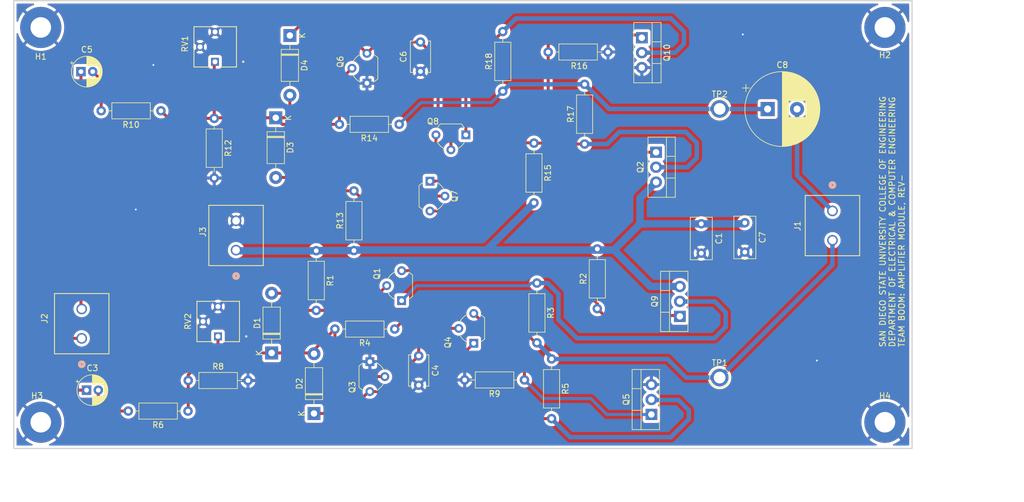
<source format=kicad_pcb>
(kicad_pcb (version 20240108) (generator "pcbnew") (generator_version "8.0")
  (title_block (title "Amplifier PCB") (date "2024-09-08") (rev "-") (company "Team BOOM"))
  (layers (0 "F.Cu" signal) (31 "B.Cu" signal) (34 "B.Paste" user) (35 "F.Paste" user) (36 "B.SilkS" user "B.Silkscreen") (37 "F.SilkS" user "F.Silkscreen") (38 "B.Mask" user) (39 "F.Mask" user) (44 "Edge.Cuts" user))
  (net 0 "")
  (net 1 "Net-(C8-Pad1)")
  (net 2 "Net-(Q10-C)")
  (net 3 "Net-(Q2-C)")
  (net 4 "GND")
  (net 5 "Net-(Q10-B)")
  (net 6 "Net-(D3-K)")
  (net 7 "/18V")
  (net 8 "Net-(D3-A)")
  (net 9 "Net-(C5-Pad2)")
  (net 10 "Net-(Q4-C)")
  (net 11 "Net-(D1-K)")
  (net 12 "Net-(C3-Pad2)")
  (net 13 "Net-(Q4-E)")
  (net 14 "Net-(D1-A)")
  (net 15 "Net-(Q1-C)")
  (net 16 "Net-(Q1-E)")
  (net 17 "Net-(Q2-B)")
  (net 18 "Net-(D4-K)")
  (net 19 "Net-(D2-K)")
  (net 20 "Net-(J2-Pin_2)")
  (net 21 "Net-(J2-Pin_1)")
  (net 22 "Net-(J1-Pin_2)")
  (net 23 "Net-(J1-Pin_1)")
  (footprint "Resistor_THT:R_Axial_DIN0207_L6.3mm_D2.5mm_P10.16mm_Horizontal" (layer "F.Cu") (at 68.12 127.265)
    (property "Reference" "R8" (at 5.08 -2.37 0) (layer "F.SilkS"))
    (property "Value" "1.3k")
    (pad "1" thru_hole circle (at 0 0) (size 1.6 1.6) (drill 0.8) (layers "*.Cu" "*.Mask") (net 11 "Net-(D1-K)"))
    (pad "2" thru_hole oval (at 10.16 0) (size 1.6 1.6) (drill 0.8) (layers "*.Cu" "*.Mask") (net 4 "GND"))
  )
  (footprint "Resistor_THT:R_Axial_DIN0207_L6.3mm_D2.5mm_P10.16mm_Horizontal" (layer "F.Cu") (at 103.98 83.665 180)
    (property "Reference" "R14" (at 5.08 -2.37 180) (layer "F.SilkS"))
    (property "Value" "12k")
    (pad "1" thru_hole circle (at 0 0 180) (size 1.6 1.6) (drill 0.8) (layers "*.Cu" "*.Mask") (net 1 "Net-(C8-Pad1)"))
    (pad "2" thru_hole oval (at 10.16 0 180) (size 1.6 1.6) (drill 0.8) (layers "*.Cu" "*.Mask") (net 6 "Net-(D3-K)"))
  )
  (footprint "TestPoint:TestPoint_Plated_Hole_D2.0mm" (layer "F.Cu") (at 158.4658 126.7648)
    (property "Reference" "TP1" (at 0 -2.498 0) (layer "F.SilkS"))
    (property "Value" "TestPoint")
    (pad "1" thru_hole circle (at 0 0) (size 3 3) (drill 2) (layers "*.Cu" "*.Mask") (net 22 "Net-(J1-Pin_2)"))
  )
  (footprint "Resistor_THT:R_Axial_DIN0207_L6.3mm_D2.5mm_P10.16mm_Horizontal" (layer "F.Cu") (at 72.5424 82.6516 -90)
    (property "Reference" "R12" (at 5.08 -2.37 -90) (layer "F.SilkS"))
    (property "Value" "1.3k")
    (pad "1" thru_hole circle (at 0 0 270) (size 1.6 1.6) (drill 0.8) (layers "*.Cu" "*.Mask") (net 6 "Net-(D3-K)"))
    (pad "2" thru_hole oval (at 10.16 0 270) (size 1.6 1.6) (drill 0.8) (layers "*.Cu" "*.Mask") (net 4 "GND"))
  )
  (footprint "Capacitor_THT:C_Rect_L7.0mm_W3.5mm_P5.00mm" (layer "F.Cu") (at 155.3464 100.598001 -90)
    (property "Reference" "C1" (at 2.5 -3 -90) (layer "F.SilkS"))
    (property "Value" "0.22Uf")
    (pad "1" thru_hole circle (at 0 0 270) (size 1.6 1.6) (drill 0.8) (layers "*.Cu" "*.Mask") (net 7 "/18V"))
    (pad "2" thru_hole circle (at 5 0 270) (size 1.6 1.6) (drill 0.8) (layers "*.Cu" "*.Mask") (net 4 "GND"))
  )
  (footprint "MountingHole:MountingHole_3.5mm_Pad" (layer "F.Cu") (at 43.053 67.183)
    (property "Reference" "H1" (at 0 4.953 0) (layer "F.SilkS"))
    (property "Value" "MountingHole_Pad")
    (pad "1" thru_hole circle (at 0 0) (size 7 7) (drill 3.5) (layers "*.Cu" "*.Mask") (net 4 "GND"))
  )
  (footprint "MountingHole:MountingHole_3.5mm_Pad" (layer "F.Cu") (at 43.053 134.366)
    (property "Reference" "H3" (at -0.635 -4.5 0) (layer "F.SilkS"))
    (property "Value" "MountingHole_Pad")
    (pad "1" thru_hole circle (at 0 0) (size 7 7) (drill 3.5) (layers "*.Cu" "*.Mask") (net 4 "GND"))
  )
  (footprint "Resistor_THT:R_Axial_DIN0207_L6.3mm_D2.5mm_P10.16mm_Horizontal" (layer "F.Cu") (at 126.9 86.865 -90)
    (property "Reference" "R15" (at 5.08 -2.37 -90) (layer "F.SilkS"))
    (property "Value" "10k")
    (pad "1" thru_hole circle (at 0 0 270) (size 1.6 1.6) (drill 0.8) (layers "*.Cu" "*.Mask") (net 17 "Net-(Q2-B)"))
    (pad "2" thru_hole oval (at 10.16 0 270) (size 1.6 1.6) (drill 0.8) (layers "*.Cu" "*.Mask") (net 7 "/18V"))
  )
  (footprint "Z_Custom_Footprints:CONN_1935776_PXC" (layer "F.Cu") (at 76.2508 105.0798 90)
    (property "Reference" "J3" (at 3.0988 -5.6388 90) (layer "F.SilkS"))
    (property "Value" "Power Input")
    (pad "1" thru_hole circle (at 0 0 90) (size 1.8034 1.8034) (drill 1.2954) (layers "*.Cu" "*.Mask") (net 7 "/18V"))
    (pad "2" thru_hole circle (at 5 0 90) (size 1.8034 1.8034) (drill 1.2954) (layers "*.Cu" "*.Mask") (net 4 "GND"))
  )
  (footprint "MountingHole:MountingHole_3.5mm_Pad" (layer "F.Cu") (at 186.563 134.366)
    (property "Reference" "H4" (at 0 -4.5 0) (layer "F.SilkS"))
    (property "Value" "MountingHole_Pad")
    (pad "1" thru_hole circle (at 0 0) (size 7 7) (drill 3.5) (layers "*.Cu" "*.Mask") (net 4 "GND"))
  )
  (footprint "MountingHole:MountingHole_3.5mm_Pad" (layer "F.Cu") (at 186.563 67.183)
    (property "Reference" "H2" (at 0 4.699 0) (layer "F.SilkS"))
    (property "Value" "MountingHole_Pad")
    (pad "1" thru_hole circle (at 0 0) (size 7 7) (drill 3.5) (layers "*.Cu" "*.Mask") (net 4 "GND"))
  )
  (footprint "Resistor_THT:R_Axial_DIN0207_L6.3mm_D2.5mm_P10.16mm_Horizontal" (layer "F.Cu") (at 127.4 110.685 -90)
    (property "Reference" "R3" (at 5.08 -2.37 -90) (layer "F.SilkS"))
    (property "Value" "0.22")
    (pad "1" thru_hole circle (at 0 0 270) (size 1.6 1.6) (drill 0.8) (layers "*.Cu" "*.Mask") (net 16 "Net-(Q1-E)"))
    (pad "2" thru_hole oval (at 10.16 0 270) (size 1.6 1.6) (drill 0.8) (layers "*.Cu" "*.Mask") (net 22 "Net-(J1-Pin_2)"))
  )
  (footprint "Capacitor_THT:CP_Radial_D5.0mm_P2.00mm" (layer "F.Cu") (at 50.832 128.905)
    (property "Reference" "C3" (at 1 -3.75 0) (layer "F.SilkS"))
    (property "Value" "1Uf")
    (pad "1" thru_hole rect (at 0 0) (size 1.6 1.6) (drill 0.8) (layers "*.Cu" "*.Mask") (net 21 "Net-(J2-Pin_1)"))
    (pad "2" thru_hole circle (at 2 0) (size 1.6 1.6) (drill 0.8) (layers "*.Cu" "*.Mask") (net 12 "Net-(C3-Pad2)"))
  )
  (footprint "Package_TO_SOT_THT:TO-220-3_Vertical" (layer "F.Cu") (at 151.7 116.345 90)
    (property "Reference" "Q9" (at 2.54 -4.27 90) (layer "F.SilkS"))
    (property "Value" "QD45H8G")
    (pad "1" thru_hole rect (at 0 0 90) (size 1.905 2) (drill 1.1) (layers "*.Cu" "*.Mask") (net 15 "Net-(Q1-C)"))
    (pad "2" thru_hole oval (at 2.54 0 90) (size 1.905 2) (drill 1.1) (layers "*.Cu" "*.Mask") (net 16 "Net-(Q1-E)"))
    (pad "3" thru_hole oval (at 5.08 0 90) (size 1.905 2) (drill 1.1) (layers "*.Cu" "*.Mask") (net 7 "/18V"))
  )
  (footprint "Resistor_THT:R_Axial_DIN0207_L6.3mm_D2.5mm_P10.16mm_Horizontal" (layer "F.Cu") (at 137.668 115.0366 90)
    (property "Reference" "R2" (at 5.08 -2.37 90) (layer "F.SilkS"))
    (property "Value" "10k")
    (pad "1" thru_hole circle (at 0 0 90) (size 1.6 1.6) (drill 0.8) (layers "*.Cu" "*.Mask") (net 15 "Net-(Q1-C)"))
    (pad "2" thru_hole oval (at 10.16 0 90) (size 1.6 1.6) (drill 0.8) (layers "*.Cu" "*.Mask") (net 7 "/18V"))
  )
  (footprint "Capacitor_THT:CP_Radial_D5.0mm_P2.00mm" (layer "F.Cu") (at 49.8808 74.6948)
    (property "Reference" "C5" (at 1 -3.75 0) (layer "F.SilkS"))
    (property "Value" "1Uf")
    (pad "1" thru_hole rect (at 0 0) (size 1.6 1.6) (drill 0.8) (layers "*.Cu" "*.Mask") (net 20 "Net-(J2-Pin_2)"))
    (pad "2" thru_hole circle (at 2 0) (size 1.6 1.6) (drill 0.8) (layers "*.Cu" "*.Mask") (net 9 "Net-(C5-Pad2)"))
  )
  (footprint "Package_TO_SOT_THT:TO-92_Wide" (layer "F.Cu") (at 98.5 76.665 90)
    (property "Reference" "Q6" (at 3.64 -4.52 90) (layer "F.SilkS"))
    (property "Value" "2N3904")
    (pad "1" thru_hole rect (at 0 0 90) (size 1.5 1.5) (drill 0.8) (layers "*.Cu" "*.Mask") (net 4 "GND"))
    (pad "2" thru_hole circle (at 2.54 -2.54 90) (size 1.5 1.5) (drill 0.8) (layers "*.Cu" "*.Mask") (net 6 "Net-(D3-K)"))
    (pad "3" thru_hole circle (at 5.08 0 90) (size 1.5 1.5) (drill 0.8) (layers "*.Cu" "*.Mask") (net 18 "Net-(D4-K)"))
  )
  (footprint "Diode_THT:D_DO-41_SOD81_P10.16mm_Horizontal" (layer "F.Cu") (at 83 82.555 -90)
    (property "Reference" "D3" (at 5.08 -2.47 -90) (layer "F.SilkS"))
    (property "Value" "1N4148")
    (fp_text user "K" (at 0 -2.1 -90) (layer "F.SilkS"))
    (pad "1" thru_hole rect (at 0 0 270) (size 2.2 2.2) (drill 1.1) (layers "*.Cu" "*.Mask") (net 6 "Net-(D3-K)"))
    (pad "2" thru_hole oval (at 10.16 0 270) (size 2.2 2.2) (drill 1.1) (layers "*.Cu" "*.Mask") (net 8 "Net-(D3-A)"))
  )
  (footprint "Capacitor_THT:C_Disc_D5.1mm_W3.2mm_P5.00mm" (layer "F.Cu") (at 107.6 69.665 -90)
    (property "Reference" "C6" (at 2.5 2.9 -90) (layer "F.SilkS"))
    (property "Value" "1nF")
    (pad "1" thru_hole circle (at 0 0 270) (size 1.6 1.6) (drill 0.8) (layers "*.Cu" "*.Mask") (net 18 "Net-(D4-K)"))
    (pad "2" thru_hole circle (at 5 0 270) (size 1.6 1.6) (drill 0.8) (layers "*.Cu" "*.Mask") (net 4 "GND"))
  )
  (footprint "Resistor_THT:R_Axial_DIN0207_L6.3mm_D2.5mm_P10.16mm_Horizontal" (layer "F.Cu") (at 63.48 81.365 180)
    (property "Reference" "R10" (at 5.08 -2.37 180) (layer "F.SilkS"))
    (property "Value" "4.7k")
    (pad "1" thru_hole circle (at 0 0 180) (size 1.6 1.6) (drill 0.8) (layers "*.Cu" "*.Mask") (net 6 "Net-(D3-K)"))
    (pad "2" thru_hole oval (at 10.16 0 180) (size 1.6 1.6) (drill 0.8) (layers "*.Cu" "*.Mask") (net 9 "Net-(C5-Pad2)"))
  )
  (footprint "Package_TO_SOT_THT:TO-220-3_Vertical" (layer "F.Cu") (at 146.8628 133.0452 90)
    (property "Reference" "Q5" (at 2.54 -4.27 90) (layer "F.SilkS"))
    (property "Value" "QD44H8G")
    (pad "1" thru_hole rect (at 0 0 90) (size 1.905 2) (drill 1.1) (layers "*.Cu" "*.Mask") (net 10 "Net-(Q4-C)"))
    (pad "2" thru_hole oval (at 2.54 0 90) (size 1.905 2) (drill 1.1) (layers "*.Cu" "*.Mask") (net 13 "Net-(Q4-E)"))
    (pad "3" thru_hole oval (at 5.08 0 90) (size 1.905 2) (drill 1.1) (layers "*.Cu" "*.Mask") (net 4 "GND"))
  )
  (footprint "Capacitor_THT:C_Disc_D5.1mm_W3.2mm_P5.00mm" (layer "F.Cu") (at 107.3 123.065 -90)
    (property "Reference" "C4" (at 2.5 -2.85 -90) (layer "F.SilkS"))
    (property "Value" "1nF")
    (pad "1" thru_hole circle (at 0 0 270) (size 1.6 1.6) (drill 0.8) (layers "*.Cu" "*.Mask") (net 19 "Net-(D2-K)"))
    (pad "2" thru_hole circle (at 5 0 270) (size 1.6 1.6) (drill 0.8) (layers "*.Cu" "*.Mask") (net 4 "GND"))
  )
  (footprint "Resistor_THT:R_Axial_DIN0207_L6.3mm_D2.5mm_P10.16mm_Horizontal" (layer "F.Cu") (at 68.08 132.465 180)
    (property "Reference" "R6" (at 5.08 -2.37 180) (layer "F.SilkS"))
    (property "Value" "4.7k")
    (pad "1" thru_hole circle (at 0 0 180) (size 1.6 1.6) (drill 0.8) (layers "*.Cu" "*.Mask") (net 11 "Net-(D1-K)"))
    (pad "2" thru_hole oval (at 10.16 0 180) (size 1.6 1.6) (drill 0.8) (layers "*.Cu" "*.Mask") (net 12 "Net-(C3-Pad2)"))
  )
  (footprint "Package_TO_SOT_THT:TO-220-3_Vertical" (layer "F.Cu") (at 145.2372 68.9356 -90)
    (property "Reference" "Q10" (at 2.54 -4.27 90) (layer "F.SilkS"))
    (property "Value" "QD44H8G")
    (pad "1" thru_hole rect (at 0 0 270) (size 1.905 2) (drill 1.1) (layers "*.Cu" "*.Mask") (net 5 "Net-(Q10-B)"))
    (pad "2" thru_hole oval (at 2.54 0 270) (size 1.905 2) (drill 1.1) (layers "*.Cu" "*.Mask") (net 2 "Net-(Q10-C)"))
    (pad "3" thru_hole oval (at 5.08 0 270) (size 1.905 2) (drill 1.1) (layers "*.Cu" "*.Mask") (net 4 "GND"))
  )
  (footprint "Z_Custom_Footprints:POT_3362P" (layer "F.Cu") (at 72.6694 73.025 90)
    (property "Reference" "RV1" (at 3.048 -5.1054 90) (layer "F.SilkS"))
    (property "Value" "R_Potentiometer")
    (pad "1" thru_hole rect (at 0 0 90) (size 1.3462 1.3462) (drill 0.8382) (layers "*.Cu" "*.Mask") (net 6 "Net-(D3-K)"))
    (pad "2" thru_hole circle (at 2.54 -2.54 90) (size 1.3462 1.3462) (drill 0.8382) (layers "*.Cu" "*.Mask") (net 4 "GND"))
    (pad "3" thru_hole circle (at 5.08 0 90) (size 1.3462 1.3462) (drill 0.8382) (layers "*.Cu" "*.Mask") (net 4 "GND"))
  )
  (footprint "Capacitor_THT:C_Rect_L7.0mm_W3.5mm_P5.00mm" (layer "F.Cu") (at 162.7456 100.418201 -90)
    (property "Reference" "C7" (at 2.5 -3 -90) (layer "F.SilkS"))
    (property "Value" "0.22Uf")
    (pad "1" thru_hole circle (at 0 0 270) (size 1.6 1.6) (drill 0.8) (layers "*.Cu" "*.Mask") (net 7 "/18V"))
    (pad "2" thru_hole circle (at 5 0 270) (size 1.6 1.6) (drill 0.8) (layers "*.Cu" "*.Mask") (net 4 "GND"))
  )
  (footprint "Resistor_THT:R_Axial_DIN0207_L6.3mm_D2.5mm_P10.16mm_Horizontal" (layer "F.Cu") (at 129.32 71.365)
    (property "Reference" "R16" (at 5.2746 2.3712 0) (layer "F.SilkS"))
    (property "Value" "10k")
    (pad "1" thru_hole circle (at 0 0) (size 1.6 1.6) (drill 0.8) (layers "*.Cu" "*.Mask") (net 5 "Net-(Q10-B)"))
    (pad "2" thru_hole oval (at 10.16 0) (size 1.6 1.6) (drill 0.8) (layers "*.Cu" "*.Mask") (net 4 "GND"))
  )
  (footprint "Diode_THT:D_DO-41_SOD81_P10.16mm_Horizontal" (layer "F.Cu") (at 82.3 122.575 90)
    (property "Reference" "D1" (at 5.08 -2.47 90) (layer "F.SilkS"))
    (property "Value" "1N4148")
    (fp_text user "K" (at 0 -2.1 90) (layer "F.SilkS"))
    (pad "1" thru_hole rect (at 0 0 90) (size 2.2 2.2) (drill 1.1) (layers "*.Cu" "*.Mask") (net 11 "Net-(D1-K)"))
    (pad "2" thru_hole oval (at 10.16 0 90) (size 2.2 2.2) (drill 1.1) (layers "*.Cu" "*.Mask") (net 14 "Net-(D1-A)"))
  )
  (footprint "Resistor_THT:R_Axial_DIN0207_L6.3mm_D2.5mm_P10.16mm_Horizontal" (layer "F.Cu") (at 125.28 127.165 180)
    (property "Reference" "R9" (at 5.08 -2.37 180) (layer "F.SilkS"))
    (property "Value" "10k")
    (pad "1" thru_hole circle (at 0 0 180) (size 1.6 1.6) (drill 0.8) (layers "*.Cu" "*.Mask") (net 10 "Net-(Q4-C)"))
    (pad "2" thru_hole oval (at 10.16 0 180) (size 1.6 1.6) (drill 0.8) (layers "*.Cu" "*.Mask") (net 4 "GND"))
  )
  (footprint "Z_Custom_Footprints:CONN_1935776_PXC" (layer "F.Cu") (at 177.647599 98.4015 -90)
    (property "Reference" "J1" (at 2.5635 5.943599 90) (layer "F.SilkS"))
    (property "Value" "Speaker")
    (pad "1" thru_hole circle (at 0 0 270) (size 1.8034 1.8034) (drill 1.2954) (layers "*.Cu" "*.Mask") (net 23 "Net-(J1-Pin_1)"))
    (pad "2" thru_hole circle (at 5 0 270) (size 1.8034 1.8034) (drill 1.2954) (layers "*.Cu" "*.Mask") (net 22 "Net-(J1-Pin_2)"))
  )
  (footprint "Package_TO_SOT_THT:TO-92_Wide" (layer "F.Cu") (at 115.316 85.463 180)
    (property "Reference" "Q8" (at 5.588 2.278 0) (layer "F.SilkS"))
    (property "Value" "2N3906")
    (pad "1" thru_hole rect (at 0 0 180) (size 1.5 1.5) (drill 0.8) (layers "*.Cu" "*.Mask") (net 2 "Net-(Q10-C)"))
    (pad "2" thru_hole circle (at 2.54 -2.54 180) (size 1.5 1.5) (drill 0.8) (layers "*.Cu" "*.Mask") (net 18 "Net-(D4-K)"))
    (pad "3" thru_hole circle (at 5.08 0 180) (size 1.5 1.5) (drill 0.8) (layers "*.Cu" "*.Mask") (net 5 "Net-(Q10-B)"))
  )
  (footprint "Resistor_THT:R_Axial_DIN0207_L6.3mm_D2.5mm_P10.16mm_Horizontal" (layer "F.Cu") (at 121.6 78.045 90)
    (property "Reference" "R18" (at 5.08 -2.37 90) (layer "F.SilkS"))
    (property "Value" "0.22")
    (pad "1" thru_hole circle (at 0 0 90) (size 1.6 1.6) (drill 0.8) (layers "*.Cu" "*.Mask") (net 1 "Net-(C8-Pad1)"))
    (pad "2" thru_hole oval (at 10.16 0 90) (size 1.6 1.6) (drill 0.8) (layers "*.Cu" "*.Mask") (net 2 "Net-(Q10-C)"))
  )
  (footprint "Z_Custom_Footprints:POT_3362P" (layer "F.Cu") (at 73.1774 119.761 90)
    (property "Reference" "RV2" (at 2.54 -5.1054 90) (layer "F.SilkS"))
    (property "Value" "R_Potentiometer")
    (pad "1" thru_hole rect (at 0 0 90) (size 1.3462 1.3462) (drill 0.8382) (layers "*.Cu" "*.Mask") (net 11 "Net-(D1-K)"))
    (pad "2" thru_hole circle (at 2.54 -2.54 90) (size 1.3462 1.3462) (drill 0.8382) (layers "*.Cu" "*.Mask") (net 4 "GND"))
    (pad "3" thru_hole circle (at 5.08 0 90) (size 1.3462 1.3462) (drill 0.8382) (layers "*.Cu" "*.Mask") (net 4 "GND"))
  )
  (footprint "Package_TO_SOT_THT:TO-92_Wide" (layer "F.Cu") (at 104.402 113.665 90)
    (property "Reference" "Q1" (at 4.572 -4.19 90) (layer "F.SilkS"))
    (property "Value" "2N3904")
    (pad "1" thru_hole rect (at 0 0 90) (size 1.5 1.5) (drill 0.8) (layers "*.Cu" "*.Mask") (net 16 "Net-(Q1-E)"))
    (pad "2" thru_hole circle (at 2.54 -2.54 90) (size 1.5 1.5) (drill 0.8) (layers "*.Cu" "*.Mask") (net 14 "Net-(D1-A)"))
    (pad "3" thru_hole circle (at 5.08 0 90) (size 1.5 1.5) (drill 0.8) (layers "*.Cu" "*.Mask") (net 15 "Net-(Q1-C)"))
  )
  (footprint "Resistor_THT:R_Axial_DIN0207_L6.3mm_D2.5mm_P10.16mm_Horizontal" (layer "F.Cu") (at 135.509 87.0204 90)
    (property "Reference" "R17" (at 5.08 -2.37 90) (layer "F.SilkS"))
    (property "Value" "0.22")
    (pad "1" thru_hole circle (at 0 0 90) (size 1.6 1.6) (drill 0.8) (layers "*.Cu" "*.Mask") (net 3 "Net-(Q2-C)"))
    (pad "2" thru_hole oval (at 10.16 0 90) (size 1.6 1.6) (drill 0.8) (layers "*.Cu" "*.Mask") (net 1 "Net-(C8-Pad1)"))
  )
  (footprint "TestPoint:TestPoint_Plated_Hole_D2.0mm" (layer "F.Cu") (at 158.4658 81.0448)
    (property "Reference" "TP2" (at 0 -2.498 0) (layer "F.SilkS"))
    (property "Value" "TestPoint")
    (pad "1" thru_hole circle (at 0 0) (size 3 3) (drill 2) (layers "*.Cu" "*.Mask") (net 1 "Net-(C8-Pad1)"))
  )
  (footprint "Resistor_THT:R_Axial_DIN0207_L6.3mm_D2.5mm_P10.16mm_Horizontal" (layer "F.Cu") (at 89.8858 105.1748 -90)
    (property "Reference" "R1" (at 5.08 -2.37 -90) (layer "F.SilkS"))
    (property "Value" "4.7k")
    (pad "1" thru_hole circle (at 0 0 270) (size 1.6 1.6) (drill 0.8) (layers "*.Cu" "*.Mask") (net 7 "/18V"))
    (pad "2" thru_hole oval (at 10.16 0 270) (size 1.6 1.6) (drill 0.8) (layers "*.Cu" "*.Mask") (net 14 "Net-(D1-A)"))
  )
  (footprint "Package_TO_SOT_THT:TO-92_Wide" (layer "F.Cu") (at 109.22 93.345 -90)
    (property "Reference" "Q7" (at 2.55 -4.19 -90) (layer "F.SilkS"))
    (property "Value" "2N3904")
    (pad "1" thru_hole rect (at 0 0 270) (size 1.5 1.5) (drill 0.8) (layers "*.Cu" "*.Mask") (net 3 "Net-(Q2-C)"))
    (pad "2" thru_hole circle (at 2.54 -2.54 270) (size 1.5 1.5) (drill 0.8) (layers "*.Cu" "*.Mask") (net 8 "Net-(D3-A)"))
    (pad "3" thru_hole circle (at 5.08 0 270) (size 1.5 1.5) (drill 0.8) (layers "*.Cu" "*.Mask") (net 17 "Net-(Q2-B)"))
  )
  (footprint "Z_Custom_Footprints:CONN_1935776_PXC" (layer "F.Cu") (at 50.0078 120.0964 90)
    (property "Reference" "J2" (at 3.3834 -6.3198 90) (layer "F.SilkS"))
    (property "Value" "Input Terminals")
    (pad "1" thru_hole circle (at 0 0 90) (size 1.8034 1.8034) (drill 1.2954) (layers "*.Cu" "*.Mask") (net 21 "Net-(J2-Pin_1)"))
    (pad "2" thru_hole circle (at 5 0 90) (size 1.8034 1.8034) (drill 1.2954) (layers "*.Cu" "*.Mask") (net 20 "Net-(J2-Pin_2)"))
  )
  (footprint "Diode_THT:D_DO-41_SOD81_P10.16mm_Horizontal" (layer "F.Cu") (at 85.4 68.555 -90)
    (property "Reference" "D4" (at 5.08 -2.47 -90) (layer "F.SilkS"))
    (property "Value" "1N4148")
    (fp_text user "K" (at 0 -2.1 -90) (layer "F.SilkS"))
    (pad "1" thru_hole rect (at 0 0 270) (size 2.2 2.2) (drill 1.1) (layers "*.Cu" "*.Mask") (net 18 "Net-(D4-K)"))
    (pad "2" thru_hole oval (at 10.16 0 270) (size 2.2 2.2) (drill 1.1) (layers "*.Cu" "*.Mask") (net 6 "Net-(D3-K)"))
  )
  (footprint "Package_TO_SOT_THT:TO-92_Wide" (layer "F.Cu") (at 99 124.065 -90)
    (property "Reference" "Q3" (at 4.332 2.988 -90) (layer "F.SilkS"))
    (property "Value" "2N3904")
    (pad "1" thru_hole rect (at 0 0 270) (size 1.5 1.5) (drill 0.8) (layers "*.Cu" "*.Mask") (net 4 "GND"))
    (pad "2" thru_hole circle (at 2.54 -2.54 270) (size 1.5 1.5) (drill 0.8) (layers "*.Cu" "*.Mask") (net 11 "Net-(D1-K)"))
    (pad "3" thru_hole circle (at 5.08 0 270) (size 1.5 1.5) (drill 0.8) (layers "*.Cu" "*.Mask") (net 19 "Net-(D2-K)"))
  )
  (footprint "Capacitor_THT:CP_Radial_D12.5mm_P5.00mm" (layer "F.Cu") (at 166.626041 81.065)
    (property "Reference" "C8" (at 2.5 -7.5 0) (layer "F.SilkS"))
    (property "Value" "1000uF")
    (pad "1" thru_hole rect (at 0 0) (size 2.4 2.4) (drill 1.2) (layers "*.Cu" "*.Mask") (net 1 "Net-(C8-Pad1)"))
    (pad "2" thru_hole circle (at 5 0) (size 2.4 2.4) (drill 1.2) (layers "*.Cu" "*.Mask") (net 23 "Net-(J1-Pin_1)"))
  )
  (footprint "Package_TO_SOT_THT:TO-92_Wide" (layer "F.Cu") (at 116.66 120.935 90)
    (property "Reference" "Q4" (at 0.158 -4.392 90) (layer "F.SilkS"))
    (property "Value" "2N3906")
    (pad "1" thru_hole rect (at 0 0 90) (size 1.5 1.5) (drill 0.8) (layers "*.Cu" "*.Mask") (net 13 "Net-(Q4-E)"))
    (pad "2" thru_hole circle (at 2.54 -2.54 90) (size 1.5 1.5) (drill 0.8) (layers "*.Cu" "*.Mask") (net 19 "Net-(D2-K)"))
    (pad "3" thru_hole circle (at 5.08 0 90) (size 1.5 1.5) (drill 0.8) (layers "*.Cu" "*.Mask") (net 10 "Net-(Q4-C)"))
  )
  (footprint "Resistor_THT:R_Axial_DIN0207_L6.3mm_D2.5mm_P10.16mm_Horizontal" (layer "F.Cu") (at 96.2914 105.156 90)
    (property "Reference" "R13" (at 5.08 -2.37 90) (layer "F.SilkS"))
    (property "Value" "4.7k")
    (pad "1" thru_hole circle (at 0 0 90) (size 1.6 1.6) (drill 0.8) (layers "*.Cu" "*.Mask") (net 7 "/18V"))
    (pad "2" thru_hole oval (at 10.16 0 90) (size 1.6 1.6) (drill 0.8) (layers "*.Cu" "*.Mask") (net 8 "Net-(D3-A)"))
  )
  (footprint "Resistor_THT:R_Axial_DIN0207_L6.3mm_D2.5mm_P10.16mm_Horizontal" (layer "F.Cu") (at 129.8908 123.5898 -90)
    (property "Reference" "R5" (at 5.08 -2.37 -90) (layer "F.SilkS"))
    (property "Value" "0.22")
    (pad "1" thru_hole circle (at 0 0 270) (size 1.6 1.6) (drill 0.8) (layers "*.Cu" "*.Mask") (net 22 "Net-(J1-Pin_2)"))
    (pad "2" thru_hole oval (at 10.16 0 270) (size 1.6 1.6) (drill 0.8) (layers "*.Cu" "*.Mask") (net 13 "Net-(Q4-E)"))
  )
  (footprint "Resistor_THT:R_Axial_DIN0207_L6.3mm_D2.5mm_P10.16mm_Horizontal" (layer "F.Cu") (at 103.2208 118.5098 180)
    (property "Reference" "R4" (at 5.08 -2.37 180) (layer "F.SilkS"))
    (property "Value" "12k")
    (pad "1" thru_hole circle (at 0 0 180) (size 1.6 1.6) (drill 0.8) (layers "*.Cu" "*.Mask") (net 22 "Net-(J1-Pin_2)"))
    (pad "2" thru_hole oval (at 10.16 0 180) (size 1.6 1.6) (drill 0.8) (layers "*.Cu" "*.Mask") (net 11 "Net-(D1-K)"))
  )
  (footprint "Diode_THT:D_DO-41_SOD81_P10.16mm_Horizontal" (layer "F.Cu") (at 89.5 132.875 90)
    (property "Reference" "D2" (at 5.08 -2.47 90) (layer "F.SilkS"))
    (property "Value" "1N4148")
    (fp_text user "K" (at 0 -2.1 90) (layer "F.SilkS"))
    (pad "1" thru_hole rect (at 0 0 90) (size 2.2 2.2) (drill 1.1) (layers "*.Cu" "*.Mask") (net 19 "Net-(D2-K)"))
    (pad "2" thru_hole oval (at 10.16 0 90) (size 2.2 2.2) (drill 1.1) (layers "*.Cu" "*.Mask") (net 11 "Net-(D1-K)"))
  )
  (footprint "Package_TO_SOT_THT:TO-220-3_Vertical" (layer "F.Cu") (at 147.655 88.425 -90)
    (property "Reference" "Q2" (at 2.54 2.655 90) (layer "F.SilkS"))
    (property "Value" "QD45H8G")
    (pad "1" thru_hole rect (at 0 0 270) (size 1.905 2) (drill 1.1) (layers "*.Cu" "*.Mask") (net 17 "Net-(Q2-B)"))
    (pad "2" thru_hole oval (at 2.54 0 270) (size 1.905 2) (drill 1.1) (layers "*.Cu" "*.Mask") (net 3 "Net-(Q2-C)"))
    (pad "3" thru_hole oval (at 5.08 0 270) (size 1.905 2) (drill 1.1) (layers "*.Cu" "*.Mask") (net 7 "/18V"))
  )
  (gr_rect (start 38.4508 62.6298) (end 191.1808 138.8298) (stroke (width 0.2)) (fill none) (layer "Edge.Cuts"))
  (gr_text "SAN DIEGO STATE UNIVERSITY COLLEGE OF ENGINEERING\nDEPARTMENT OF ELECTRICAL & COMPUTER ENGINEERING\nTEAM BOOM: AMPLIFIER MODULE, REV-" (at 189.992 121.666 90) (layer "F.SilkS") (effects (font (size 1 1)) (justify left bottom)))
  (segment (start 166.626041 81.065) (end 158.486 81.065) (width 0.762) (layer "B.Cu") (net 1))
  (segment (start 139.7 81.0514) (end 135.509 76.8604) (width 0.762) (layer "B.Cu") (net 1))
  (segment (start 119.68 79.965) (end 107.68 79.965) (width 0.508) (layer "B.Cu") (net 1))
  (segment (start 122.7846 76.8604) (end 121.6 78.045) (width 0.762) (layer "B.Cu") (net 1))
  (segment (start 158.4724 81.0514) (end 139.7 81.0514) (width 0.762) (layer "B.Cu") (net 1))
  (segment (start 121.6 78.045) (end 119.68 79.965) (width 0.508) (layer "B.Cu") (net 1))
  (segment (start 158.486 81.065) (end 158.4724 81.0514) (width 0.2) (layer "B.Cu") (net 1))
  (segment (start 107.68 79.965) (end 103.98 83.665) (width 0.508) (layer "B.Cu") (net 1))
  (segment (start 158.486 81.065) (end 158.4658 81.0448) (width 0.2) (layer "B.Cu") (net 1))
  (segment (start 135.509 76.8604) (end 122.7846 76.8604) (width 0.762) (layer "B.Cu") (net 1))
  (segment (start 115.316 74.169) (end 115.316 85.463) (width 0.508) (layer "F.Cu") (net 2))
  (segment (start 121.6 67.885) (end 115.316 74.169) (width 0.508) (layer "F.Cu") (net 2))
  (segment (start 145.2372 71.4756) (end 150.8894 71.4756) (width 0.762) (layer "B.Cu") (net 2))
  (segment (start 152.4 69.965) (end 152.4 67.865) (width 0.762) (layer "B.Cu") (net 2))
  (segment (start 152.4 67.865) (end 150.2 65.665) (width 0.762) (layer "B.Cu") (net 2))
  (segment (start 123.82 65.665) (end 121.6 67.885) (width 0.762) (layer "B.Cu") (net 2))
  (segment (start 150.8894 71.4756) (end 152.4 69.965) (width 0.762) (layer "B.Cu") (net 2))
  (segment (start 150.2 65.665) (end 123.82 65.665) (width 0.762) (layer "B.Cu") (net 2))
  (segment (start 124.9172 83.2358) (end 129.4384 83.2358) (width 0.508) (layer "F.Cu") (net 3))
  (segment (start 109.22 93.345) (end 114.808 93.345) (width 0.508) (layer "F.Cu") (net 3))
  (segment (start 129.4384 83.2358) (end 133.223 87.0204) (width 0.508) (layer "F.Cu") (net 3))
  (segment (start 114.808 93.345) (end 124.9172 83.2358) (width 0.508) (layer "F.Cu") (net 3))
  (segment (start 133.223 87.0204) (end 135.509 87.0204) (width 0.508) (layer "F.Cu") (net 3))
  (segment (start 152.7068 84.965) (end 154.5844 86.8426) (width 0.762) (layer "B.Cu") (net 3))
  (segment (start 141.4252 84.965) (end 152.7068 84.965) (width 0.762) (layer "B.Cu") (net 3))
  (segment (start 154.5844 89.3572) (end 152.9766 90.965) (width 0.762) (layer "B.Cu") (net 3))
  (segment (start 154.5844 86.8426) (end 154.5844 89.3572) (width 0.762) (layer "B.Cu") (net 3))
  (segment (start 135.509 87.0204) (end 139.3698 87.0204) (width 0.762) (layer "B.Cu") (net 3))
  (segment (start 152.9766 90.965) (end 147.655 90.965) (width 0.762) (layer "B.Cu") (net 3))
  (segment (start 139.3698 87.0204) (end 141.4252 84.965) (width 0.762) (layer "B.Cu") (net 3))
  (via (at 62.2 73.565) (size 0.6) (drill 0.3) (layers "F.Cu" "B.Cu") (net 4))
  (via (at 175 123.865) (size 0.6) (drill 0.3) (layers "F.Cu" "B.Cu") (net 4))
  (via (at 162.4 68.365) (size 0.6) (drill 0.3) (layers "F.Cu" "B.Cu") (net 4))
  (via (at 59.2 98.165) (size 0.6) (drill 0.3) (layers "F.Cu" "B.Cu") (net 4))
  (segment (start 110.236 88.773) (end 110.236 85.463) (width 0.508) (layer "F.Cu") (net 5))
  (segment (start 114.168 90.297) (end 111.76 90.297) (width 0.508) (layer "F.Cu") (net 5))
  (segment (start 144.7666 68.465) (end 131 68.465) (width 0.508) (layer "F.Cu") (net 5))
  (segment (start 129.32 78.145) (end 126.4 81.065) (width 0.508) (layer "F.Cu") (net 5))
  (segment (start 131 68.465) (end 129.32 70.145) (width 0.508) (layer "F.Cu") (net 5))
  (segment (start 129.32 71.365) (end 129.32 78.145) (width 0.508) (layer "F.Cu") (net 5))
  (segment (start 129.32 70.145) (end 129.32 71.365) (width 0.508) (layer "F.Cu") (net 5))
  (segment (start 111.76 90.297) (end 110.236 88.773) (width 0.508) (layer "F.Cu") (net 5))
  (segment (start 145.2372 68.9356) (end 144.7666 68.465) (width 0.508) (layer "F.Cu") (net 5))
  (segment (start 126.4 81.065) (end 123.4 81.065) (width 0.508) (layer "F.Cu") (net 5))
  (segment (start 123.4 81.065) (end 114.168 90.297) (width 0.508) (layer "F.Cu") (net 5))
  (segment (start 84.45 82.555) (end 85.4 81.605) (width 0.508) (layer "F.Cu") (net 6))
  (segment (start 93.82 76.265) (end 95.96 74.125) (width 0.508) (layer "F.Cu") (net 6))
  (segment (start 83 82.555) (end 72.639 82.555) (width 0.508) (layer "F.Cu") (net 6))
  (segment (start 83 82.555) (end 84.45 82.555) (width 0.508) (layer "F.Cu") (net 6))
  (segment (start 93.82 83.665) (end 93.82 76.265) (width 0.508) (layer "F.Cu") (net 6))
  (segment (start 85.4 81.605) (end 85.4 78.715) (width 0.508) (layer "F.Cu") (net 6))
  (segment (start 72.5424 82.6516) (end 64.7666 82.6516) (width 0.508) (layer "F.Cu") (net 6))
  (segment (start 93.82 83.665) (end 84.11 83.665) (width 0.508) (layer "F.Cu") (net 6))
  (segment (start 72.639 82.555) (end 72.5424 82.6516) (width 0.508) (layer "F.Cu") (net 6))
  (segment (start 72.5424 82.6516) (end 72.5424 72.8) (width 0.508) (layer "F.Cu") (net 6))
  (segment (start 64.7666 82.6516) (end 63.48 81.365) (width 0.508) (layer "F.Cu") (net 6))
  (segment (start 72.5424 72.8) (end 72.56 72.7824) (width 0.508) (layer "F.Cu") (net 6))
  (segment (start 84.11 83.665) (end 83 82.555) (width 0.508) (layer "F.Cu") (net 6))
  (segment (start 96.3824 105.065) (end 117.809 105.065) (width 1.27) (layer "B.Cu") (net 7))
  (segment (start 126.9 97.025) (end 118.86 105.065) (width 1.27) (layer "B.Cu") (net 7))
  (segment (start 137.8564 105.065) (end 140.4768 105.065) (width 1.27) (layer "B.Cu") (net 7))
  (segment (start 155.3464 100.598001) (end 162.5658 100.598001) (width 1.27) (layer "B.Cu") (net 7))
  (segment (start 146.7 111.265) (end 140.5 105.065) (width 1.27) (layer "B.Cu") (net 7))
  (segment (start 89.9046 105.156) (end 96.2914 105.156) (width 1.27) (layer "B.Cu") (net 7))
  (segment (start 140.5 105.065) (end 137.8564 105.065) (width 1.27) (layer "B.Cu") (net 7))
  (segment (start 137.4796 105.065) (end 137.668 104.8766) (width 1.27) (layer "B.Cu") (net 7))
  (segment (start 126.9 97.6138) (end 126.9 97.025) (width 0.762) (layer "B.Cu") (net 7))
  (segment (start 137.668 104.8766) (end 137.8564 105.065) (width 1.27) (layer "B.Cu") (net 7))
  (segment (start 117.991 105.065) (end 137.4796 105.065) (width 1.27) (layer "B.Cu") (net 7))
  (segment (start 151.7 111.265) (end 146.7 111.265) (width 1.27) (layer "B.Cu") (net 7))
  (segment (start 89.8672 105.1934) (end 89.9046 105.156) (width 0.762) (layer "B.Cu") (net 7))
  (segment (start 144.9324 96.2276) (end 147.655 93.505) (width 1.27) (layer "B.Cu") (net 7))
  (segment (start 118.86 105.065) (end 117.991 105.065) (width 0.762) (layer "B.Cu") (net 7))
  (segment (start 89.8672 105.1934) (end 89.8858 105.1748) (width 0.762) (layer "B.Cu") (net 7))
  (segment (start 144.9324 100.6094) (end 155.335001 100.6094) (width 1.27) (layer "B.Cu") (net 7))
  (segment (start 162.5658 100.598001) (end 162.7456 100.418201) (width 0.2) (layer "B.Cu") (net 7))
  (segment (start 96.2914 105.156) (end 96.3824 105.065) (width 1.27) (layer "B.Cu") (net 7))
  (segment (start 155.335001 100.6094) (end 155.3464 100.598001) (width 0.762) (layer "B.Cu") (net 7))
  (segment (start 140.4768 105.065) (end 144.9324 100.6094) (width 1.27) (layer "B.Cu") (net 7))
  (segment (start 76.1698 105.1934) (end 89.8672 105.1934) (width 1.27) (layer "B.Cu") (net 7))
  (segment (start 144.9324 100.6094) (end 144.9324 96.2276) (width 1.27) (layer "B.Cu") (net 7))
  (segment (start 96.2914 94.996) (end 91.567 94.996) (width 0.508) (layer "F.Cu") (net 8))
  (segment (start 111.76 95.885) (end 97.1804 95.885) (width 0.508) (layer "F.Cu") (net 8))
  (segment (start 97.1804 95.885) (end 96.2914 94.996) (width 0.508) (layer "F.Cu") (net 8))
  (segment (start 91.567 94.996) (end 89.286 92.715) (width 0.508) (layer "F.Cu") (net 8))
  (segment (start 89.286 92.715) (end 83 92.715) (width 0.508) (layer "F.Cu") (net 8))
  (segment (start 53.32 76.134) (end 51.8808 74.6948) (width 0.508) (layer "F.Cu") (net 9))
  (segment (start 53.32 81.365) (end 53.32 76.134) (width 0.508) (layer "F.Cu") (net 9))
  (segment (start 116.99 115.855) (end 116.66 115.855) (width 0.508) (layer "F.Cu") (net 10))
  (segment (start 125.28 127.165) (end 125.28 124.475) (width 0.508) (layer "F.Cu") (net 10))
  (segment (start 125.28 124.475) (end 116.66 115.855) (width 0.508) (layer "F.Cu") (net 10))
  (segment (start 139.2936 133.0452) (end 136.5758 130.3274) (width 0.508) (layer "B.Cu") (net 10))
  (segment (start 126.7714 128.651) (end 126.766 128.651) (width 0.2) (layer "B.Cu") (net 10))
  (segment (start 146.8628 133.0452) (end 139.2936 133.0452) (width 0.508) (layer "B.Cu") (net 10))
  (segment (start 128.4478 130.3274) (end 126.7714 128.651) (width 0.508) (layer "B.Cu") (net 10))
  (segment (start 126.766 128.651) (end 125.28 127.165) (width 0.508) (layer "B.Cu") (net 10))
  (segment (start 136.5758 130.3274) (end 128.4478 130.3274) (width 0.508) (layer "B.Cu") (net 10))
  (segment (start 82.2292 122.5042) (end 82.3 122.575) (width 0.508) (layer "F.Cu") (net 11))
  (segment (start 82.3 122.575) (end 89.36 122.575) (width 0.508) (layer "F.Cu") (net 11))
  (segment (start 68.12 127.265) (end 68.12 132.425) (width 0.508) (layer "F.Cu") (net 11))
  (segment (start 73.1774 119.761) (end 73.1774 122.575) (width 0.508) (layer "F.Cu") (net 11))
  (segment (start 68.12 132.425) (end 68.08 132.465) (width 0.508) (layer "F.Cu") (net 11))
  (segment (start 71.862 122.575) (end 68.12 126.317) (width 0.508) (layer "F.Cu") (net 11))
  (segment (start 82.3 122.575) (end 72.81 122.575) (width 0.508) (layer "F.Cu") (net 11))
  (segment (start 95.744 126.605) (end 101.54 126.605) (width 0.508) (layer "F.Cu") (net 11))
  (segment (start 68.12 126.317) (end 68.12 127.265) (width 0.508) (layer "F.Cu") (net 11))
  (segment (start 72.81 122.575) (end 71.862 122.575) (width 0.508) (layer "F.Cu") (net 11))
  (segment (start 89.5 122.715) (end 89.5 122.0706) (width 0.508) (layer "F.Cu") (net 11))
  (segment (start 68.12 127.265) (end 68.12 126.7742) (width 0.508) (layer "F.Cu") (net 11))
  (segment (start 89.5 122.0706) (end 93.0608 118.5098) (width 0.508) (layer "F.Cu") (net 11))
  (segment (start 93.0608 118.5098) (end 93.0608 123.9218) (width 0.508) (layer "F.Cu") (net 11))
  (segment (start 89.36 122.575) (end 89.5 122.715) (width 0.508) (layer "F.Cu") (net 11))
  (segment (start 93.0608 123.9218) (end 95.744 126.605) (width 0.508) (layer "F.Cu") (net 11))
  (segment (start 54.36 132.465) (end 57.92 132.465) (width 0.508) (layer "F.Cu") (net 12))
  (segment (start 52.832 128.905) (end 52.832 130.937) (width 0.508) (layer "F.Cu") (net 12))
  (segment (start 52.832 130.937) (end 54.36 132.465) (width 0.508) (layer "F.Cu") (net 12))
  (segment (start 112.5 132.365) (end 113.8848 133.7498) (width 0.508) (layer "F.Cu") (net 13))
  (segment (start 112.5 125.095) (end 112.5 132.365) (width 0.508) (layer "F.Cu") (net 13))
  (segment (start 112.5 125.095) (end 116.66 120.935) (width 0.508) (layer "F.Cu") (net 13))
  (segment (start 113.8848 133.7498) (end 129.8908 133.7498) (width 0.508) (layer "F.Cu") (net 13))
  (segment (start 151.4602 130.5814) (end 146.939 130.5814) (width 0.762) (layer "B.Cu") (net 13))
  (segment (start 129.8842 133.7564) (end 133.0338 136.906) (width 0.762) (layer "B.Cu") (net 13))
  (segment (start 129.8842 133.7564) (end 129.8908 133.7498) (width 0.2) (layer "B.Cu") (net 13))
  (segment (start 153.2382 132.3594) (end 151.4602 130.5814) (width 0.762) (layer "B.Cu") (net 13))
  (segment (start 153.2382 133.8326) (end 153.2382 132.3594) (width 0.762) (layer "B.Cu") (net 13))
  (segment (start 133.0338 136.906) (end 150.1648 136.906) (width 0.762) (layer "B.Cu") (net 13))
  (segment (start 146.939 130.5814) (end 146.8628 130.5052) (width 0.2) (layer "B.Cu") (net 13))
  (segment (start 150.1648 136.906) (end 153.2382 133.8326) (width 0.762) (layer "B.Cu") (net 13))
  (segment (start 89.8858 115.3348) (end 97.6522 115.3348) (width 0.508) (layer "F.Cu") (net 14))
  (segment (start 84.55 112.415) (end 82.3 112.415) (width 0.508) (layer "F.Cu") (net 14))
  (segment (start 89.8858 115.3348) (end 87.4698 115.3348) (width 0.508) (layer "F.Cu") (net 14))
  (segment (start 97.6522 115.3348) (end 101.862 111.125) (width 0.508) (layer "F.Cu") (net 14))
  (segment (start 87.4698 115.3348) (end 84.55 112.415) (width 0.508) (layer "F.Cu") (net 14))
  (segment (start 151.687 116.332) (end 151.7 116.345) (width 0.508) (layer "F.Cu") (net 15))
  (segment (start 132.08 108.585) (end 137.668 114.173) (width 0.508) (layer "F.Cu") (net 15))
  (segment (start 151.56 116.205) (end 151.7 116.345) (width 0.508) (layer "F.Cu") (net 15))
  (segment (start 137.668 115.0366) (end 138.8364 116.205) (width 0.508) (layer "F.Cu") (net 15))
  (segment (start 137.668 114.173) (end 137.668 115.0366) (width 0.508) (layer "F.Cu") (net 15))
  (segment (start 138.8364 116.205) (end 151.56 116.205) (width 0.508) (layer "F.Cu") (net 15))
  (segment (start 104.402 108.585) (end 132.08 108.585) (width 0.508) (layer "F.Cu") (net 15))
  (segment (start 151.7124 113.8174) (end 151.7 113.805) (width 0.508) (layer "F.Cu") (net 16))
  (segment (start 127.1886 110.8964) (end 127.4 110.685) (width 0.508) (layer "F.Cu") (net 16))
  (segment (start 131.064 116.929) (end 134.2 120.065) (width 0.762) (layer "B.Cu") (net 16))
  (segment (start 159.4866 115.6716) (end 157.6324 113.8174) (width 0.762) (layer "B.Cu") (net 16))
  (segment (start 157.5824 120.065) (end 159.4866 118.1608) (width 0.762) (layer "B.Cu") (net 16))
  (segment (start 134.2 120.065) (end 157.5824 120.065) (width 0.762) (layer "B.Cu") (net 16))
  (segment (start 127.4 110.685) (end 129.2016 110.685) (width 0.762) (layer "B.Cu") (net 16))
  (segment (start 127.4 110.685) (end 126.424 110.685) (width 0.508) (layer "B.Cu") (net 16))
  (segment (start 131.064 112.5474) (end 131.064 116.929) (width 0.762) (layer "B.Cu") (net 16))
  (segment (start 125.984 111.125) (end 106.942 111.125) (width 0.508) (layer "B.Cu") (net 16))
  (segment (start 129.2016 110.685) (end 131.064 112.5474) (width 0.762) (layer "B.Cu") (net 16))
  (segment (start 126.424 110.685) (end 125.984 111.125) (width 0.508) (layer "B.Cu") (net 16))
  (segment (start 106.942 111.125) (end 104.402 113.665) (width 0.508) (layer "B.Cu") (net 16))
  (segment (start 159.4866 118.1608) (end 159.4866 115.6716) (width 0.762) (layer "B.Cu") (net 16))
  (segment (start 157.6324 113.8174) (end 151.7124 113.8174) (width 0.762) (layer "B.Cu") (net 16))
  (segment (start 141.9098 88.4174) (end 147.6474 88.4174) (width 0.508) (layer "F.Cu") (net 17))
  (segment (start 147.6474 88.4174) (end 147.655 88.425) (width 0.508) (layer "F.Cu") (net 17))
  (segment (start 126.9 86.865) (end 130.2482 86.865) (width 0.508) (layer "F.Cu") (net 17))
  (segment (start 126.9 86.865) (end 126.8522 86.8172) (width 0.508) (layer "F.Cu") (net 17))
  (segment (start 139.6622 90.665) (end 141.9098 88.4174) (width 0.508) (layer "F.Cu") (net 17))
  (segment (start 126.8522 86.8172) (end 125.2474 86.8172) (width 0.508) (layer "F.Cu") (net 17))
  (segment (start 134.0482 90.665) (end 139.6622 90.665) (width 0.508) (layer "F.Cu") (net 17))
  (segment (start 130.2482 86.865) (end 134.0482 90.665) (width 0.508) (layer "F.Cu") (net 17))
  (segment (start 125.2474 86.8172) (end 113.6396 98.425) (width 0.508) (layer "F.Cu") (net 17))
  (segment (start 113.6396 98.425) (end 109.22 98.425) (width 0.508) (layer "F.Cu") (net 17))
  (segment (start 85.4 68.555) (end 87.026 66.929) (width 0.508) (layer "F.Cu") (net 18))
  (segment (start 112.776 83.341) (end 112.776 88.003) (width 0.508) (layer "F.Cu") (net 18))
  (segment (start 93.844 66.929) (end 98.5 71.585) (width 0.508) (layer "F.Cu") (net 18))
  (segment (start 87.026 66.929) (end 93.844 66.929) (width 0.508) (layer "F.Cu") (net 18))
  (segment (start 110.6 72.665) (end 107.6 69.665) (width 0.508) (layer "F.Cu") (net 18))
  (segment (start 110.6 81.165) (end 112.776 83.341) (width 0.508) (layer "F.Cu") (net 18))
  (segment (start 110.6 81.165) (end 110.6 72.665) (width 0.508) (layer "F.Cu") (net 18))
  (segment (start 107.6 69.665) (end 100.42 69.665) (width 0.508) (layer "F.Cu") (net 18))
  (segment (start 100.42 69.665) (end 98.5 71.585) (width 0.508) (layer "F.Cu") (net 18))
  (segment (start 107.3 123.065) (end 107.3 121.173) (width 0.508) (layer "F.Cu") (net 19))
  (segment (start 107.3 123.065) (end 101.22 129.145) (width 0.508) (layer "F.Cu") (net 19))
  (segment (start 107.3 121.173) (end 110.078 118.395) (width 0.508) (layer "F.Cu") (net 19))
  (segment (start 98.82 129.145) (end 95.09 132.875) (width 0.508) (layer "F.Cu") (net 19))
  (segment (start 110.078 118.395) (end 114.12 118.395) (width 0.508) (layer "F.Cu") (net 19))
  (segment (start 95.09 132.875) (end 89.5 132.875) (width 0.508) (layer "F.Cu") (net 19))
  (segment (start 101.22 129.145) (end 99 129.145) (width 0.508) (layer "F.Cu") (net 19))
  (segment (start 99 129.145) (end 98.82 129.145) (width 0.508) (layer "F.Cu") (net 19))
  (segment (start 49.8808 114.9694) (end 50.0078 115.0964) (width 0.508) (layer "F.Cu") (net 20))
  (segment (start 49.8808 74.6948) (end 49.8808 114.9694) (width 0.508) (layer "F.Cu") (net 20))
  (segment (start 46.736 121.629) (end 46.736 127.381) (width 0.508) (layer "F.Cu") (net 21))
  (segment (start 48.2686 120.0964) (end 46.736 121.629) (width 0.508) (layer "F.Cu") (net 21))
  (segment (start 50.0078 120.0964) (end 48.2686 120.0964) (width 0.508) (layer "F.Cu") (net 21))
  (segment (start 46.736 127.381) (end 48.26 128.905) (width 0.508) (layer "F.Cu") (net 21))
  (segment (start 48.26 128.905) (end 50.832 128.905) (width 0.508) (layer "F.Cu") (net 21))
  (segment (start 107.71 114.0206) (end 120.3452 114.0206) (width 0.508) (layer "F.Cu") (net 22))
  (segment (start 103.2208 118.5098) (end 107.71 114.0206) (width 0.508) (layer "F.Cu") (net 22))
  (segment (start 127.1696 120.845) (end 127.4 120.845) (width 0.508) (layer "F.Cu") (net 22))
  (segment (start 120.3452 114.0206) (end 127.1696 120.845) (width 0.508) (layer "F.Cu") (net 22))
  (segment (start 129.8908 123.5898) (end 129.8908 123.3358) (width 0.762) (layer "B.Cu") (net 22))
  (segment (start 129.9162 123.6152) (end 129.8908 123.5898) (width 0.762) (layer "B.Cu") (net 22))
  (segment (start 152.7508 126.7648) (end 149.6012 123.6152) (width 0.762) (layer "B.Cu") (net 22))
  (segment (start 149.6012 123.6152) (end 129.9162 123.6152) (width 0.762) (layer "B.Cu") (net 22))
  (segment (start 177.647599 107.583001) (end 158.4658 126.7648) (width 0.762) (layer "B.Cu") (net 22))
  (segment (start 129.8908 123.3358) (end 127.4 120.845) (width 0.762) (layer "B.Cu") (net 22))
  (segment (start 177.647599 103.4015) (end 177.647599 107.583001) (width 0.762) (layer "B.Cu") (net 22))
  (segment (start 158.4658 126.7648) (end 152.7508 126.7648) (width 0.762) (layer "B.Cu") (net 22))
  (segment (start 171.626041 81.065) (end 171.626041 92.379942) (width 0.762) (layer "B.Cu") (net 23))
  (segment (start 171.626041 92.379942) (end 177.647599 98.4015) (width 0.762) (layer "B.Cu") (net 23))
  (zone (net 4) (net_name "GND") (layer "F.Cu") (connect_pads (clearance 0.5)) (min_thickness 0.25) (fill yes (thermal_gap 0.5) (thermal_bridge_width 0.5))
    (polygon (pts (xy 38.6 62.765) (xy 38.6 138.665) (xy 191.0002 138.665) (xy 191.0002 62.765)))
  )
  (zone (net 4) (net_name "GND") (layer "B.Cu") (priority 1) (connect_pads (clearance 0.5)) (min_thickness 0.25) (fill yes (thermal_gap 0.5) (thermal_bridge_width 0.5))
    (polygon (pts (xy 38.6 62.765) (xy 38.6 138.665) (xy 191 138.665) (xy 191 62.765)))
  )
)
</source>
